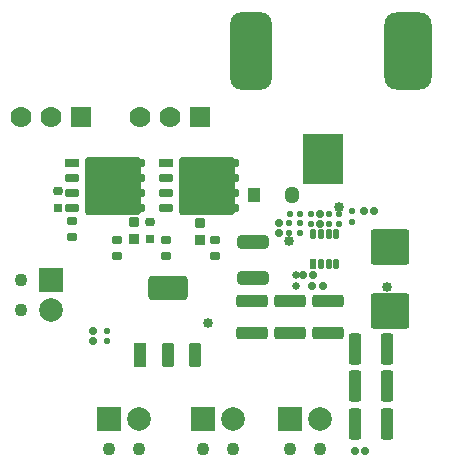
<source format=gbr>
%TF.GenerationSoftware,Altium Limited,Altium Designer,24.6.1 (21)*%
G04 Layer_Color=8388736*
%FSLAX45Y45*%
%MOMM*%
%TF.SameCoordinates,18E76ECD-83C5-444D-8C50-6D49F83D0F89*%
%TF.FilePolarity,Negative*%
%TF.FileFunction,Soldermask,Top*%
%TF.Part,Single*%
G01*
G75*
%TA.AperFunction,ComponentPad*%
%ADD39C,1.10000*%
%TA.AperFunction,SMDPad,CuDef*%
%ADD54R,0.55000X0.85000*%
G04:AMPARAMS|DCode=55|XSize=0.55mm|YSize=0.85mm|CornerRadius=0.1625mm|HoleSize=0mm|Usage=FLASHONLY|Rotation=180.000|XOffset=0mm|YOffset=0mm|HoleType=Round|Shape=RoundedRectangle|*
%AMROUNDEDRECTD55*
21,1,0.55000,0.52500,0,0,180.0*
21,1,0.22500,0.85000,0,0,180.0*
1,1,0.32500,-0.11250,0.26250*
1,1,0.32500,0.11250,0.26250*
1,1,0.32500,0.11250,-0.26250*
1,1,0.32500,-0.11250,-0.26250*
%
%ADD55ROUNDEDRECTD55*%
%TA.AperFunction,ConnectorPad*%
%ADD56R,3.50320X4.26320*%
G04:AMPARAMS|DCode=57|XSize=4.0132mm|YSize=6.5532mm|CornerRadius=1.0541mm|HoleSize=0mm|Usage=FLASHONLY|Rotation=0.000|XOffset=0mm|YOffset=0mm|HoleType=Round|Shape=RoundedRectangle|*
%AMROUNDEDRECTD57*
21,1,4.01320,4.44500,0,0,0.0*
21,1,1.90500,6.55320,0,0,0.0*
1,1,2.10820,0.95250,-2.22250*
1,1,2.10820,-0.95250,-2.22250*
1,1,2.10820,-0.95250,2.22250*
1,1,2.10820,0.95250,2.22250*
%
%ADD57ROUNDEDRECTD57*%
G04:AMPARAMS|DCode=58|XSize=3.5032mm|YSize=6.5532mm|CornerRadius=0.9266mm|HoleSize=0mm|Usage=FLASHONLY|Rotation=0.000|XOffset=0mm|YOffset=0mm|HoleType=Round|Shape=RoundedRectangle|*
%AMROUNDEDRECTD58*
21,1,3.50320,4.70000,0,0,0.0*
21,1,1.65000,6.55320,0,0,0.0*
1,1,1.85320,0.82500,-2.35000*
1,1,1.85320,-0.82500,-2.35000*
1,1,1.85320,-0.82500,2.35000*
1,1,1.85320,0.82500,2.35000*
%
%ADD58ROUNDEDRECTD58*%
%TA.AperFunction,SMDPad,CuDef*%
%ADD59R,1.00000X2.05000*%
G04:AMPARAMS|DCode=60|XSize=1mm|YSize=2.05mm|CornerRadius=0.16mm|HoleSize=0mm|Usage=FLASHONLY|Rotation=180.000|XOffset=0mm|YOffset=0mm|HoleType=Round|Shape=RoundedRectangle|*
%AMROUNDEDRECTD60*
21,1,1.00000,1.73000,0,0,180.0*
21,1,0.68000,2.05000,0,0,180.0*
1,1,0.32000,-0.34000,0.86500*
1,1,0.32000,0.34000,0.86500*
1,1,0.32000,0.34000,-0.86500*
1,1,0.32000,-0.34000,-0.86500*
%
%ADD60ROUNDEDRECTD60*%
G04:AMPARAMS|DCode=61|XSize=3.35mm|YSize=2.05mm|CornerRadius=0.3mm|HoleSize=0mm|Usage=FLASHONLY|Rotation=180.000|XOffset=0mm|YOffset=0mm|HoleType=Round|Shape=RoundedRectangle|*
%AMROUNDEDRECTD61*
21,1,3.35000,1.45000,0,0,180.0*
21,1,2.75000,2.05000,0,0,180.0*
1,1,0.60000,-1.37500,0.72500*
1,1,0.60000,1.37500,0.72500*
1,1,0.60000,1.37500,-0.72500*
1,1,0.60000,-1.37500,-0.72500*
%
%ADD61ROUNDEDRECTD61*%
G04:AMPARAMS|DCode=62|XSize=0.6532mm|YSize=1.2532mm|CornerRadius=0.2141mm|HoleSize=0mm|Usage=FLASHONLY|Rotation=90.000|XOffset=0mm|YOffset=0mm|HoleType=Round|Shape=RoundedRectangle|*
%AMROUNDEDRECTD62*
21,1,0.65320,0.82500,0,0,90.0*
21,1,0.22500,1.25320,0,0,90.0*
1,1,0.42820,0.41250,0.11250*
1,1,0.42820,0.41250,-0.11250*
1,1,0.42820,-0.41250,-0.11250*
1,1,0.42820,-0.41250,0.11250*
%
%ADD62ROUNDEDRECTD62*%
G04:AMPARAMS|DCode=63|XSize=4.9032mm|YSize=4.7032mm|CornerRadius=0.2141mm|HoleSize=0mm|Usage=FLASHONLY|Rotation=270.000|XOffset=0mm|YOffset=0mm|HoleType=Round|Shape=RoundedRectangle|*
%AMROUNDEDRECTD63*
21,1,4.90320,4.27500,0,0,270.0*
21,1,4.47500,4.70320,0,0,270.0*
1,1,0.42820,-2.13750,-2.23750*
1,1,0.42820,-2.13750,2.23750*
1,1,0.42820,2.13750,2.23750*
1,1,0.42820,2.13750,-2.23750*
%
%ADD63ROUNDEDRECTD63*%
%ADD64R,1.25320X0.65320*%
G04:AMPARAMS|DCode=65|XSize=1.3032mm|YSize=1.1032mm|CornerRadius=0.3266mm|HoleSize=0mm|Usage=FLASHONLY|Rotation=90.000|XOffset=0mm|YOffset=0mm|HoleType=Round|Shape=RoundedRectangle|*
%AMROUNDEDRECTD65*
21,1,1.30320,0.45000,0,0,90.0*
21,1,0.65000,1.10320,0,0,90.0*
1,1,0.65320,0.22500,0.32500*
1,1,0.65320,0.22500,-0.32500*
1,1,0.65320,-0.22500,-0.32500*
1,1,0.65320,-0.22500,0.32500*
%
%ADD65ROUNDEDRECTD65*%
%ADD66R,1.10320X1.30320*%
G04:AMPARAMS|DCode=67|XSize=0.8mm|YSize=0.7mm|CornerRadius=0.2mm|HoleSize=0mm|Usage=FLASHONLY|Rotation=180.000|XOffset=0mm|YOffset=0mm|HoleType=Round|Shape=RoundedRectangle|*
%AMROUNDEDRECTD67*
21,1,0.80000,0.30000,0,0,180.0*
21,1,0.40000,0.70000,0,0,180.0*
1,1,0.40000,-0.20000,0.15000*
1,1,0.40000,0.20000,0.15000*
1,1,0.40000,0.20000,-0.15000*
1,1,0.40000,-0.20000,-0.15000*
%
%ADD67ROUNDEDRECTD67*%
%ADD68R,0.80000X0.70000*%
G04:AMPARAMS|DCode=69|XSize=0.85mm|YSize=0.7mm|CornerRadius=0.2mm|HoleSize=0mm|Usage=FLASHONLY|Rotation=180.000|XOffset=0mm|YOffset=0mm|HoleType=Round|Shape=RoundedRectangle|*
%AMROUNDEDRECTD69*
21,1,0.85000,0.30000,0,0,180.0*
21,1,0.45000,0.70000,0,0,180.0*
1,1,0.40000,-0.22500,0.15000*
1,1,0.40000,0.22500,0.15000*
1,1,0.40000,0.22500,-0.15000*
1,1,0.40000,-0.22500,-0.15000*
%
%ADD69ROUNDEDRECTD69*%
G04:AMPARAMS|DCode=70|XSize=0.55mm|YSize=0.5mm|CornerRadius=0.15mm|HoleSize=0mm|Usage=FLASHONLY|Rotation=180.000|XOffset=0mm|YOffset=0mm|HoleType=Round|Shape=RoundedRectangle|*
%AMROUNDEDRECTD70*
21,1,0.55000,0.20000,0,0,180.0*
21,1,0.25000,0.50000,0,0,180.0*
1,1,0.30000,-0.12500,0.10000*
1,1,0.30000,0.12500,0.10000*
1,1,0.30000,0.12500,-0.10000*
1,1,0.30000,-0.12500,-0.10000*
%
%ADD70ROUNDEDRECTD70*%
%ADD71R,0.90000X0.90000*%
G04:AMPARAMS|DCode=72|XSize=0.9mm|YSize=0.9mm|CornerRadius=0.25mm|HoleSize=0mm|Usage=FLASHONLY|Rotation=90.000|XOffset=0mm|YOffset=0mm|HoleType=Round|Shape=RoundedRectangle|*
%AMROUNDEDRECTD72*
21,1,0.90000,0.40000,0,0,90.0*
21,1,0.40000,0.90000,0,0,90.0*
1,1,0.50000,0.20000,0.20000*
1,1,0.50000,0.20000,-0.20000*
1,1,0.50000,-0.20000,-0.20000*
1,1,0.50000,-0.20000,0.20000*
%
%ADD72ROUNDEDRECTD72*%
G04:AMPARAMS|DCode=73|XSize=3.2532mm|YSize=3.0032mm|CornerRadius=0.2416mm|HoleSize=0mm|Usage=FLASHONLY|Rotation=0.000|XOffset=0mm|YOffset=0mm|HoleType=Round|Shape=RoundedRectangle|*
%AMROUNDEDRECTD73*
21,1,3.25320,2.52000,0,0,0.0*
21,1,2.77000,3.00320,0,0,0.0*
1,1,0.48320,1.38500,-1.26000*
1,1,0.48320,-1.38500,-1.26000*
1,1,0.48320,-1.38500,1.26000*
1,1,0.48320,1.38500,1.26000*
%
%ADD73ROUNDEDRECTD73*%
G04:AMPARAMS|DCode=74|XSize=2.7032mm|YSize=1.2032mm|CornerRadius=0.3516mm|HoleSize=0mm|Usage=FLASHONLY|Rotation=0.000|XOffset=0mm|YOffset=0mm|HoleType=Round|Shape=RoundedRectangle|*
%AMROUNDEDRECTD74*
21,1,2.70320,0.50000,0,0,0.0*
21,1,2.00000,1.20320,0,0,0.0*
1,1,0.70320,1.00000,-0.25000*
1,1,0.70320,-1.00000,-0.25000*
1,1,0.70320,-1.00000,0.25000*
1,1,0.70320,1.00000,0.25000*
%
%ADD74ROUNDEDRECTD74*%
G04:AMPARAMS|DCode=75|XSize=2.7mm|YSize=1.1mm|CornerRadius=0.3mm|HoleSize=0mm|Usage=FLASHONLY|Rotation=0.000|XOffset=0mm|YOffset=0mm|HoleType=Round|Shape=RoundedRectangle|*
%AMROUNDEDRECTD75*
21,1,2.70000,0.50000,0,0,0.0*
21,1,2.10000,1.10000,0,0,0.0*
1,1,0.60000,1.05000,-0.25000*
1,1,0.60000,-1.05000,-0.25000*
1,1,0.60000,-1.05000,0.25000*
1,1,0.60000,1.05000,0.25000*
%
%ADD75ROUNDEDRECTD75*%
G04:AMPARAMS|DCode=76|XSize=0.64mm|YSize=0.6mm|CornerRadius=0.175mm|HoleSize=0mm|Usage=FLASHONLY|Rotation=270.000|XOffset=0mm|YOffset=0mm|HoleType=Round|Shape=RoundedRectangle|*
%AMROUNDEDRECTD76*
21,1,0.64000,0.25000,0,0,270.0*
21,1,0.29000,0.60000,0,0,270.0*
1,1,0.35000,-0.12500,-0.14500*
1,1,0.35000,-0.12500,0.14500*
1,1,0.35000,0.12500,0.14500*
1,1,0.35000,0.12500,-0.14500*
%
%ADD76ROUNDEDRECTD76*%
G04:AMPARAMS|DCode=77|XSize=0.64mm|YSize=0.6mm|CornerRadius=0.175mm|HoleSize=0mm|Usage=FLASHONLY|Rotation=180.000|XOffset=0mm|YOffset=0mm|HoleType=Round|Shape=RoundedRectangle|*
%AMROUNDEDRECTD77*
21,1,0.64000,0.25000,0,0,180.0*
21,1,0.29000,0.60000,0,0,180.0*
1,1,0.35000,-0.14500,0.12500*
1,1,0.35000,0.14500,0.12500*
1,1,0.35000,0.14500,-0.12500*
1,1,0.35000,-0.14500,-0.12500*
%
%ADD77ROUNDEDRECTD77*%
G04:AMPARAMS|DCode=78|XSize=2.7mm|YSize=1.1mm|CornerRadius=0.3mm|HoleSize=0mm|Usage=FLASHONLY|Rotation=270.000|XOffset=0mm|YOffset=0mm|HoleType=Round|Shape=RoundedRectangle|*
%AMROUNDEDRECTD78*
21,1,2.70000,0.50000,0,0,270.0*
21,1,2.10000,1.10000,0,0,270.0*
1,1,0.60000,-0.25000,-1.05000*
1,1,0.60000,-0.25000,1.05000*
1,1,0.60000,0.25000,1.05000*
1,1,0.60000,0.25000,-1.05000*
%
%ADD78ROUNDEDRECTD78*%
G04:AMPARAMS|DCode=79|XSize=0.55mm|YSize=0.5mm|CornerRadius=0.15mm|HoleSize=0mm|Usage=FLASHONLY|Rotation=270.000|XOffset=0mm|YOffset=0mm|HoleType=Round|Shape=RoundedRectangle|*
%AMROUNDEDRECTD79*
21,1,0.55000,0.20000,0,0,270.0*
21,1,0.25000,0.50000,0,0,270.0*
1,1,0.30000,-0.10000,-0.12500*
1,1,0.30000,-0.10000,0.12500*
1,1,0.30000,0.10000,0.12500*
1,1,0.30000,0.10000,-0.12500*
%
%ADD79ROUNDEDRECTD79*%
%TA.AperFunction,ComponentPad*%
%ADD80R,2.00320X2.00320*%
%ADD81C,2.00320*%
%ADD82C,1.77800*%
%ADD83R,1.77800X1.77800*%
%ADD84R,2.00320X2.00320*%
%TA.AperFunction,ViaPad*%
%ADD85C,0.85320*%
%ADD86C,0.65320*%
D39*
X620000Y-1964000D02*
D03*
X874000D02*
D03*
X-1664000Y-526000D02*
D03*
Y-780000D02*
D03*
X-120000Y-1964000D02*
D03*
X134000D02*
D03*
X-920000D02*
D03*
X-666000D02*
D03*
D54*
X812500Y-397500D02*
D03*
D55*
X877500D02*
D03*
X942500D02*
D03*
X1007500D02*
D03*
X812500Y-142500D02*
D03*
X877500D02*
D03*
X942500D02*
D03*
X1007500D02*
D03*
D56*
X895499Y493000D02*
D03*
D57*
X1614499Y1407000D02*
D03*
D58*
X285499D02*
D03*
D59*
X-650000Y-1162500D02*
D03*
D60*
X-420000D02*
D03*
X-190000D02*
D03*
D61*
X-420000Y-597500D02*
D03*
D62*
X-669000Y460500D02*
D03*
X-1231000Y333500D02*
D03*
Y206500D02*
D03*
Y79500D02*
D03*
X-669000Y333500D02*
D03*
Y206500D02*
D03*
Y79500D02*
D03*
X128500Y460500D02*
D03*
X-433500Y333500D02*
D03*
Y206500D02*
D03*
Y79500D02*
D03*
X128500Y333500D02*
D03*
Y206500D02*
D03*
Y79500D02*
D03*
D63*
X-882500Y270000D02*
D03*
X-85000D02*
D03*
D64*
X-1231000Y460500D02*
D03*
X-433500D02*
D03*
D65*
X630000Y190000D02*
D03*
D66*
X310000D02*
D03*
D67*
X-1352509Y220000D02*
D03*
X-570009Y-40000D02*
D03*
D68*
X-1352509Y80000D02*
D03*
X-570009Y-180000D02*
D03*
D69*
X-20000Y-192500D02*
D03*
Y-327500D02*
D03*
X-1232500Y-32500D02*
D03*
Y-167500D02*
D03*
X-850000Y-192500D02*
D03*
Y-327500D02*
D03*
X-430000Y-190000D02*
D03*
Y-325000D02*
D03*
D70*
X-930000Y-1047000D02*
D03*
Y-962000D02*
D03*
X1140000Y-35000D02*
D03*
Y50000D02*
D03*
X610000Y-132500D02*
D03*
Y-47500D02*
D03*
X700000D02*
D03*
Y-132500D02*
D03*
X790000Y-52500D02*
D03*
Y32500D02*
D03*
X1030000Y-55000D02*
D03*
Y30000D02*
D03*
X950000Y32500D02*
D03*
Y-52500D02*
D03*
D71*
X-702501Y-185000D02*
D03*
X-150000Y-195000D02*
D03*
D72*
X-702501Y-35000D02*
D03*
X-150000Y-45000D02*
D03*
D73*
X1460000Y-790000D02*
D03*
Y-250000D02*
D03*
D74*
X300000Y-510000D02*
D03*
Y-210000D02*
D03*
D75*
X295000Y-976674D02*
D03*
Y-706674D02*
D03*
X935000Y-976674D02*
D03*
Y-706674D02*
D03*
X615000D02*
D03*
Y-976674D02*
D03*
D76*
X805000Y-580000D02*
D03*
X891000D02*
D03*
X1240000Y50000D02*
D03*
X1326000D02*
D03*
X810000Y-490000D02*
D03*
X724000D02*
D03*
X1166000Y-1979500D02*
D03*
X1252000D02*
D03*
D77*
X520000Y-133000D02*
D03*
Y-47000D02*
D03*
X870000Y-53000D02*
D03*
Y33000D02*
D03*
X-1050000Y-1045000D02*
D03*
Y-959000D02*
D03*
D78*
X1165000Y-1110000D02*
D03*
X1435000D02*
D03*
X1165000Y-1430000D02*
D03*
X1435000D02*
D03*
X1165000Y-1750000D02*
D03*
X1435000D02*
D03*
D79*
X702500Y30000D02*
D03*
X617500D02*
D03*
D80*
X620000Y-1710000D02*
D03*
X-120000D02*
D03*
X-920000D02*
D03*
D81*
X874000D02*
D03*
X-1410000Y-780000D02*
D03*
X134000Y-1710000D02*
D03*
X-666000D02*
D03*
D82*
X-404000Y850000D02*
D03*
X-658000D02*
D03*
X-1404000D02*
D03*
X-1658000D02*
D03*
D83*
X-150000D02*
D03*
X-1150000D02*
D03*
D84*
X-1410000Y-526000D02*
D03*
D85*
X-82500Y-892500D02*
D03*
X1030000Y90000D02*
D03*
X610000Y-200000D02*
D03*
X1440646Y-590592D02*
D03*
D86*
X670000Y-580000D02*
D03*
Y-490000D02*
D03*
%TF.MD5,ffa96091fc1847c437d8d45255977092*%
M02*

</source>
